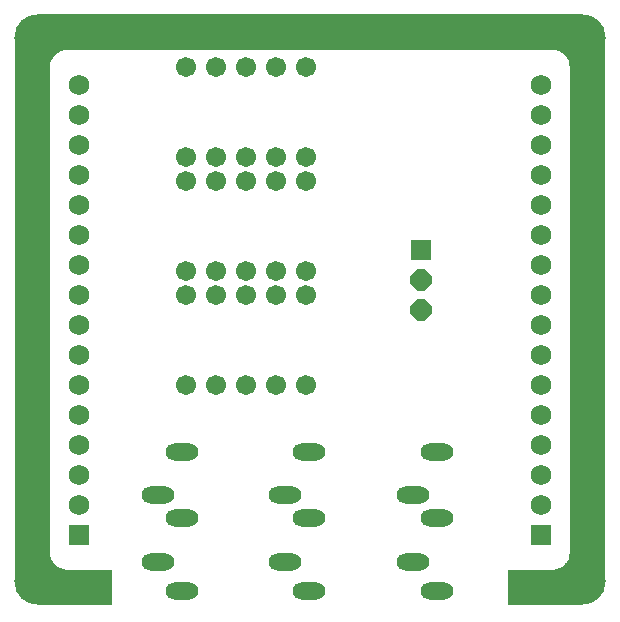
<source format=gbs>
G04 Layer_Color=8150272*
%FSLAX23Y23*%
%MOIN*%
G70*
G01*
G75*
%ADD29C,0.158*%
G04:AMPARAMS|DCode=46|XSize=108mil|YSize=58mil|CornerRadius=29mil|HoleSize=0mil|Usage=FLASHONLY|Rotation=180.000|XOffset=0mil|YOffset=0mil|HoleType=Round|Shape=RoundedRectangle|*
%AMROUNDEDRECTD46*
21,1,0.108,0.000,0,0,180.0*
21,1,0.050,0.058,0,0,180.0*
1,1,0.058,-0.025,0.000*
1,1,0.058,0.025,0.000*
1,1,0.058,0.025,0.000*
1,1,0.058,-0.025,0.000*
%
%ADD46ROUNDEDRECTD46*%
%ADD47P,0.076X8X292.5*%
%ADD48R,0.070X0.070*%
%ADD49R,0.069X0.069*%
%ADD50C,0.069*%
%ADD51C,0.067*%
%ADD52C,0.058*%
G36*
X1890Y1969D02*
X1890Y1890D01*
X1968D01*
X1968Y79D01*
X1889D01*
Y-0D01*
X1643Y-0D01*
Y118D01*
X1796Y118D01*
X1803Y119D01*
X1814Y122D01*
X1824Y128D01*
X1833Y135D01*
X1841Y144D01*
X1846Y154D01*
X1849Y166D01*
X1850Y174D01*
X1850Y1794D01*
X1849Y1803D01*
X1846Y1814D01*
X1841Y1824D01*
X1833Y1833D01*
X1824Y1841D01*
X1814Y1846D01*
X1803Y1850D01*
X1794Y1850D01*
X174Y1850D01*
X165Y1850D01*
X154Y1846D01*
X144Y1841D01*
X135Y1833D01*
X128Y1824D01*
X122Y1814D01*
X119Y1803D01*
X118Y1794D01*
X118Y177D01*
X118D01*
Y174D01*
X119Y166D01*
X122Y154D01*
X128Y144D01*
X135Y135D01*
X144Y128D01*
X154Y122D01*
X165Y119D01*
X174Y118D01*
X325Y118D01*
Y-0D01*
X79Y-0D01*
Y79D01*
X-0Y79D01*
X-0Y1890D01*
X79Y1890D01*
X79Y1969D01*
X1890Y1969D01*
D02*
G37*
%LPC*%
G36*
X118Y174D02*
Y118D01*
X118D01*
X118Y118D01*
Y174D01*
X118Y174D01*
D02*
G37*
G36*
X118Y1850D02*
Y1850D01*
X118Y1850D01*
X118D01*
D02*
G37*
%LPD*%
D29*
X79Y1890D02*
D03*
X79Y79D02*
D03*
X1890D02*
D03*
X1890Y1890D02*
D03*
D46*
X1406Y47D02*
D03*
X1327Y366D02*
D03*
X1406Y511D02*
D03*
Y291D02*
D03*
X1327Y145D02*
D03*
X981Y47D02*
D03*
X902Y366D02*
D03*
X981Y511D02*
D03*
Y291D02*
D03*
X902Y145D02*
D03*
X556Y47D02*
D03*
X477Y366D02*
D03*
X556Y511D02*
D03*
Y291D02*
D03*
X477Y145D02*
D03*
D47*
X1355Y985D02*
D03*
Y1085D02*
D03*
D48*
Y1185D02*
D03*
D49*
X1755Y235D02*
D03*
X215D02*
D03*
D50*
X1755Y335D02*
D03*
Y435D02*
D03*
Y535D02*
D03*
Y635D02*
D03*
Y735D02*
D03*
Y835D02*
D03*
Y935D02*
D03*
Y1035D02*
D03*
Y1135D02*
D03*
Y1235D02*
D03*
Y1335D02*
D03*
Y1435D02*
D03*
Y1535D02*
D03*
Y1635D02*
D03*
Y1735D02*
D03*
X215Y335D02*
D03*
Y435D02*
D03*
Y535D02*
D03*
Y635D02*
D03*
Y735D02*
D03*
Y835D02*
D03*
Y935D02*
D03*
Y1035D02*
D03*
Y1135D02*
D03*
Y1235D02*
D03*
Y1335D02*
D03*
Y1435D02*
D03*
Y1535D02*
D03*
Y1635D02*
D03*
Y1735D02*
D03*
D51*
X970Y1035D02*
D03*
X870D02*
D03*
X770D02*
D03*
X670D02*
D03*
X570D02*
D03*
X970Y735D02*
D03*
X870D02*
D03*
X770D02*
D03*
X670D02*
D03*
X570D02*
D03*
X970Y1415D02*
D03*
X870D02*
D03*
X770D02*
D03*
X670D02*
D03*
X570D02*
D03*
X970Y1115D02*
D03*
X870D02*
D03*
X770D02*
D03*
X670D02*
D03*
X570D02*
D03*
X970Y1795D02*
D03*
X870D02*
D03*
X770D02*
D03*
X670D02*
D03*
X570D02*
D03*
X970Y1495D02*
D03*
X870D02*
D03*
X770D02*
D03*
X670D02*
D03*
X570D02*
D03*
D52*
X244Y59D02*
D03*
X1724D02*
D03*
X1909Y244D02*
D03*
Y429D02*
D03*
Y614D02*
D03*
Y799D02*
D03*
Y984D02*
D03*
Y1169D02*
D03*
Y1354D02*
D03*
Y1539D02*
D03*
Y1724D02*
D03*
X1724Y1909D02*
D03*
X1539D02*
D03*
X1354D02*
D03*
X1169D02*
D03*
X984D02*
D03*
X799D02*
D03*
X614D02*
D03*
X429D02*
D03*
X244D02*
D03*
X59Y1724D02*
D03*
Y1539D02*
D03*
Y1354D02*
D03*
Y1169D02*
D03*
Y984D02*
D03*
Y799D02*
D03*
Y614D02*
D03*
Y429D02*
D03*
Y244D02*
D03*
M02*

</source>
